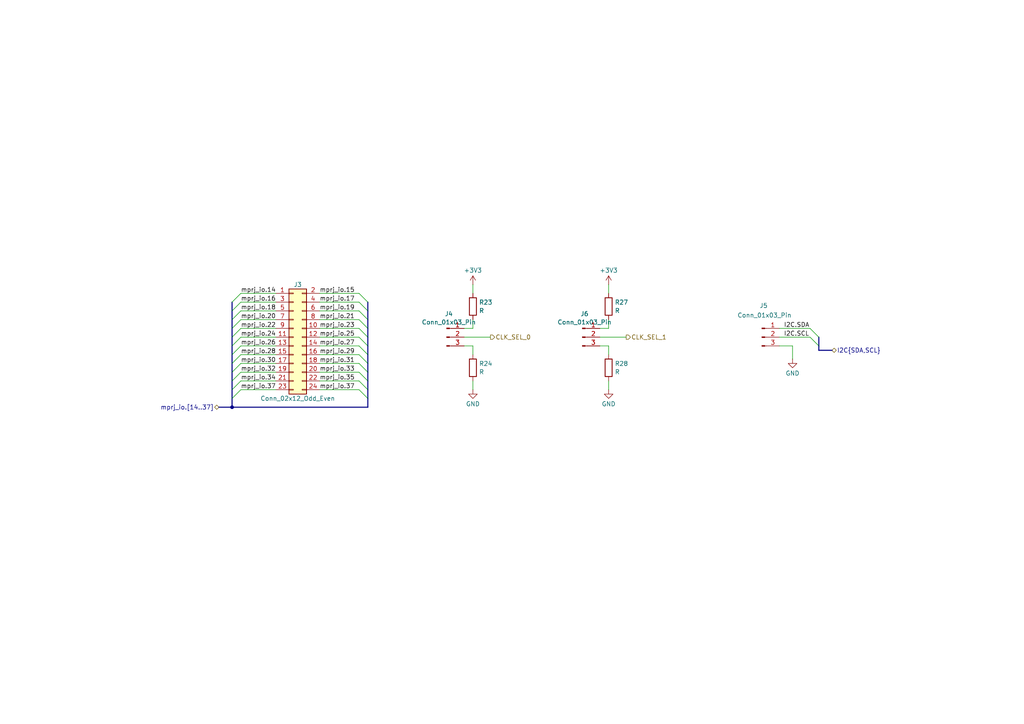
<source format=kicad_sch>
(kicad_sch (version 20231120) (generator "eeschema") (generator_version "8.0")
  (paper "A4")
  (title_block (date "2024-05-30") (rev "0.1"))
  (lib_symbols
    (symbol "Connector:Conn_01x03_Pin" (pin_names (offset 1.016) hide)
      (property "Reference" "J" (at 0 5.08 0))
      (property "Value" "Conn_01x03_Pin" (at 0 -5.08 0))
      (symbol "Conn_01x03_Pin_1_1"
        (polyline (pts (xy 1.27 -2.54) (xy 0.8636 -2.54)) (stroke (width 0.1524)))
        (polyline (pts (xy 1.27 0) (xy 0.8636 0)) (stroke (width 0.1524)))
        (polyline (pts (xy 1.27 2.54) (xy 0.8636 2.54)) (stroke (width 0.1524)))
        (rectangle (start 0.8636 -2.413) (end 0 -2.667) (stroke (width 0.1524)) (fill (type outline)))
        (rectangle (start 0.8636 0.127) (end 0 -0.127) (stroke (width 0.1524)) (fill (type outline)))
        (rectangle (start 0.8636 2.667) (end 0 2.413) (stroke (width 0.1524)) (fill (type outline)))
        (pin passive line (at 5.08 2.54 180) (length 3.81) (name "Pin_1") (number "1"))
        (pin passive line (at 5.08 0 180) (length 3.81) (name "Pin_2") (number "2"))
        (pin passive line (at 5.08 -2.54 180) (length 3.81) (name "Pin_3") (number "3"))
      )
    )
    (symbol "Connector_Generic:Conn_02x12_Odd_Even" (pin_names (offset 1.016) hide)
      (property "Reference" "J" (at 1.27 15.24 0))
      (property "Value" "Conn_02x12_Odd_Even" (at 1.27 -17.78 0))
      (symbol "Conn_02x12_Odd_Even_1_1"
        (rectangle (start -1.27 -15.113) (end 0 -15.367) (stroke (width 0.1524)))
        (rectangle (start -1.27 -12.573) (end 0 -12.827) (stroke (width 0.1524)))
        (rectangle (start -1.27 -10.033) (end 0 -10.287) (stroke (width 0.1524)))
        (rectangle (start -1.27 -7.493) (end 0 -7.747) (stroke (width 0.1524)))
        (rectangle (start -1.27 -4.953) (end 0 -5.207) (stroke (width 0.1524)))
        (rectangle (start -1.27 -2.413) (end 0 -2.667) (stroke (width 0.1524)))
        (rectangle (start -1.27 0.127) (end 0 -0.127) (stroke (width 0.1524)))
        (rectangle (start -1.27 2.667) (end 0 2.413) (stroke (width 0.1524)))
        (rectangle (start -1.27 5.207) (end 0 4.953) (stroke (width 0.1524)))
        (rectangle (start -1.27 7.747) (end 0 7.493) (stroke (width 0.1524)))
        (rectangle (start -1.27 10.287) (end 0 10.033) (stroke (width 0.1524)))
        (rectangle (start -1.27 12.827) (end 0 12.573) (stroke (width 0.1524)))
        (rectangle (start -1.27 13.97) (end 3.81 -16.51) (stroke (width 0.254)) (fill (type background)))
        (rectangle (start 3.81 -15.113) (end 2.54 -15.367) (stroke (width 0.1524)))
        (rectangle (start 3.81 -12.573) (end 2.54 -12.827) (stroke (width 0.1524)))
        (rectangle (start 3.81 -10.033) (end 2.54 -10.287) (stroke (width 0.1524)))
        (rectangle (start 3.81 -7.493) (end 2.54 -7.747) (stroke (width 0.1524)))
        (rectangle (start 3.81 -4.953) (end 2.54 -5.207) (stroke (width 0.1524)))
        (rectangle (start 3.81 -2.413) (end 2.54 -2.667) (stroke (width 0.1524)))
        (rectangle (start 3.81 0.127) (end 2.54 -0.127) (stroke (width 0.1524)))
        (rectangle (start 3.81 2.667) (end 2.54 2.413) (stroke (width 0.1524)))
        (rectangle (start 3.81 5.207) (end 2.54 4.953) (stroke (width 0.1524)))
        (rectangle (start 3.81 7.747) (end 2.54 7.493) (stroke (width 0.1524)))
        (rectangle (start 3.81 10.287) (end 2.54 10.033) (stroke (width 0.1524)))
        (rectangle (start 3.81 12.827) (end 2.54 12.573) (stroke (width 0.1524)))
        (pin passive line (at -5.08 12.7 0) (length 3.81) (name "Pin_1") (number "1"))
        (pin passive line (at 7.62 2.54 180) (length 3.81) (name "Pin_10") (number "10"))
        (pin passive line (at -5.08 0 0) (length 3.81) (name "Pin_11") (number "11"))
        (pin passive line (at 7.62 0 180) (length 3.81) (name "Pin_12") (number "12"))
        (pin passive line (at -5.08 -2.54 0) (length 3.81) (name "Pin_13") (number "13"))
        (pin passive line (at 7.62 -2.54 180) (length 3.81) (name "Pin_14") (number "14"))
        (pin passive line (at -5.08 -5.08 0) (length 3.81) (name "Pin_15") (number "15"))
        (pin passive line (at 7.62 -5.08 180) (length 3.81) (name "Pin_16") (number "16"))
        (pin passive line (at -5.08 -7.62 0) (length 3.81) (name "Pin_17") (number "17"))
        (pin passive line (at 7.62 -7.62 180) (length 3.81) (name "Pin_18") (number "18"))
        (pin passive line (at -5.08 -10.16 0) (length 3.81) (name "Pin_19") (number "19"))
        (pin passive line (at 7.62 12.7 180) (length 3.81) (name "Pin_2") (number "2"))
        (pin passive line (at 7.62 -10.16 180) (length 3.81) (name "Pin_20") (number "20"))
        (pin passive line (at -5.08 -12.7 0) (length 3.81) (name "Pin_21") (number "21"))
        (pin passive line (at 7.62 -12.7 180) (length 3.81) (name "Pin_22") (number "22"))
        (pin passive line (at -5.08 -15.24 0) (length 3.81) (name "Pin_23") (number "23"))
        (pin passive line (at 7.62 -15.24 180) (length 3.81) (name "Pin_24") (number "24"))
        (pin passive line (at -5.08 10.16 0) (length 3.81) (name "Pin_3") (number "3"))
        (pin passive line (at 7.62 10.16 180) (length 3.81) (name "Pin_4") (number "4"))
        (pin passive line (at -5.08 7.62 0) (length 3.81) (name "Pin_5") (number "5"))
        (pin passive line (at 7.62 7.62 180) (length 3.81) (name "Pin_6") (number "6"))
        (pin passive line (at -5.08 5.08 0) (length 3.81) (name "Pin_7") (number "7"))
        (pin passive line (at 7.62 5.08 180) (length 3.81) (name "Pin_8") (number "8"))
        (pin passive line (at -5.08 2.54 0) (length 3.81) (name "Pin_9") (number "9"))
      )
    )
    (symbol "Device:R" (pin_numbers hide) (pin_names (offset 0))
      (property "Reference" "R" (at 2.032 0 90))
      (property "Value" "R" (at 0 0 90))
      (symbol "R_0_1"
        (rectangle (start -1.016 -2.54) (end 1.016 2.54) (stroke (width 0.254)))
      )
      (symbol "R_1_1"
        (pin passive line (at 0 3.81 270) (length 1.27) (name "~") (number "1"))
        (pin passive line (at 0 -3.81 90) (length 1.27) (name "~") (number "2"))
      )
    )
    (symbol "power:+3V3" (power) (pin_numbers hide) (pin_names (offset 0) hide)
      (property "Value" "+3V3" (at 0 3.556 0))
      (symbol "+3V3_0_1"
        (polyline (pts (xy -0.762 1.27) (xy 0 2.54)))
        (polyline (pts (xy 0 0) (xy 0 2.54)))
        (polyline (pts (xy 0 2.54) (xy 0.762 1.27)))
      )
      (symbol "+3V3_1_1"
        (pin power_in line (at 0 0 90) (length 0) (name "~") (number "1"))
      )
    )
    (symbol "power:GND" (power) (pin_numbers hide) (pin_names (offset 0) hide)
      (property "Value" "GND" (at 0 -3.81 0))
      (symbol "GND_0_1"
        (polyline (pts (xy 0 0) (xy 0 -1.27) (xy 1.27 -1.27) (xy 0 -2.54) (xy -1.27 -1.27) (xy 0 -1.27)))
      )
      (symbol "GND_1_1"
        (pin power_in line (at 0 0 270) (length 0) (name "~") (number "1"))
      )
    )
  )
  (junction (at 67.31 118.11))
  (bus_entry (at 104.14 95.25) (size 2.54 2.54))
  (bus_entry (at 104.14 100.33) (size 2.54 2.54))
  (bus_entry (at 69.85 92.71) (size -2.54 2.54))
  (bus_entry (at 69.85 87.63) (size -2.54 2.54))
  (bus_entry (at 69.85 102.87) (size -2.54 2.54))
  (bus_entry (at 69.85 97.79) (size -2.54 2.54))
  (bus_entry (at 69.85 105.41) (size -2.54 2.54))
  (bus_entry (at 104.14 110.49) (size 2.54 2.54))
  (bus_entry (at 104.14 102.87) (size 2.54 2.54))
  (bus_entry (at 69.85 110.49) (size -2.54 2.54))
  (bus_entry (at 69.85 113.03) (size -2.54 2.54))
  (bus_entry (at 104.14 105.41) (size 2.54 2.54))
  (bus_entry (at 69.85 100.33) (size -2.54 2.54))
  (bus_entry (at 234.95 95.25) (size 2.54 2.54))
  (bus_entry (at 104.14 90.17) (size 2.54 2.54))
  (bus_entry (at 69.85 85.09) (size -2.54 2.54))
  (bus_entry (at 104.14 97.79) (size 2.54 2.54))
  (bus_entry (at 234.95 97.79) (size 2.54 2.54))
  (bus_entry (at 104.14 85.09) (size 2.54 2.54))
  (bus_entry (at 69.85 95.25) (size -2.54 2.54))
  (bus_entry (at 104.14 92.71) (size 2.54 2.54))
  (bus_entry (at 69.85 90.17) (size -2.54 2.54))
  (bus_entry (at 104.14 87.63) (size 2.54 2.54))
  (bus_entry (at 104.14 113.03) (size 2.54 2.54))
  (bus_entry (at 69.85 107.95) (size -2.54 2.54))
  (bus_entry (at 104.14 107.95) (size 2.54 2.54))
  (wire (pts (xy 226.06 97.79) (xy 234.95 97.79)))
  (wire (pts (xy 229.87 100.33) (xy 229.87 104.14)))
  (bus (pts (xy 67.31 97.79) (xy 67.31 100.33)))
  (wire (pts (xy 176.53 82.55) (xy 176.53 85.09)))
  (wire (pts (xy 69.85 90.17) (xy 80.01 90.17)))
  (wire (pts (xy 69.85 87.63) (xy 80.01 87.63)))
  (wire (pts (xy 92.71 102.87) (xy 104.14 102.87)))
  (wire (pts (xy 92.71 92.71) (xy 104.14 92.71)))
  (wire (pts (xy 92.71 100.33) (xy 104.14 100.33)))
  (wire (pts (xy 137.16 110.49) (xy 137.16 113.03)))
  (bus (pts (xy 67.31 92.71) (xy 67.31 95.25)))
  (wire (pts (xy 137.16 100.33) (xy 137.16 102.87)))
  (wire (pts (xy 176.53 95.25) (xy 176.53 92.71)))
  (wire (pts (xy 173.99 97.79) (xy 181.61 97.79)))
  (wire (pts (xy 69.85 92.71) (xy 80.01 92.71)))
  (bus (pts (xy 106.68 100.33) (xy 106.68 102.87)))
  (bus (pts (xy 67.31 90.17) (xy 67.31 92.71)))
  (wire (pts (xy 134.62 100.33) (xy 137.16 100.33)))
  (bus (pts (xy 67.31 113.03) (xy 67.31 115.57)))
  (wire (pts (xy 69.85 97.79) (xy 80.01 97.79)))
  (bus (pts (xy 67.31 110.49) (xy 67.31 113.03)))
  (bus (pts (xy 237.49 101.6) (xy 241.3 101.6)))
  (bus (pts (xy 106.68 105.41) (xy 106.68 107.95)))
  (bus (pts (xy 106.68 113.03) (xy 106.68 115.57)))
  (wire (pts (xy 69.85 95.25) (xy 80.01 95.25)))
  (wire (pts (xy 69.85 102.87) (xy 80.01 102.87)))
  (wire (pts (xy 69.85 110.49) (xy 80.01 110.49)))
  (wire (pts (xy 69.85 113.03) (xy 80.01 113.03)))
  (bus (pts (xy 67.31 107.95) (xy 67.31 110.49)))
  (wire (pts (xy 176.53 110.49) (xy 176.53 113.03)))
  (wire (pts (xy 92.71 97.79) (xy 104.14 97.79)))
  (bus (pts (xy 106.68 102.87) (xy 106.68 105.41)))
  (wire (pts (xy 92.71 85.09) (xy 104.14 85.09)))
  (bus (pts (xy 106.68 110.49) (xy 106.68 113.03)))
  (wire (pts (xy 134.62 97.79) (xy 142.24 97.79)))
  (bus (pts (xy 237.49 97.79) (xy 237.49 100.33)))
  (wire (pts (xy 69.85 107.95) (xy 80.01 107.95)))
  (wire (pts (xy 226.06 95.25) (xy 234.95 95.25)))
  (bus (pts (xy 67.31 118.11) (xy 106.68 118.11)))
  (bus (pts (xy 106.68 87.63) (xy 106.68 90.17)))
  (bus (pts (xy 63.5 118.11) (xy 67.31 118.11)))
  (bus (pts (xy 67.31 100.33) (xy 67.31 102.87)))
  (bus (pts (xy 106.68 92.71) (xy 106.68 95.25)))
  (wire (pts (xy 176.53 100.33) (xy 176.53 102.87)))
  (wire (pts (xy 92.71 113.03) (xy 104.14 113.03)))
  (wire (pts (xy 92.71 105.41) (xy 104.14 105.41)))
  (wire (pts (xy 137.16 82.55) (xy 137.16 85.09)))
  (bus (pts (xy 106.68 90.17) (xy 106.68 92.71)))
  (wire (pts (xy 134.62 95.25) (xy 137.16 95.25)))
  (bus (pts (xy 67.31 87.63) (xy 67.31 90.17)))
  (bus (pts (xy 67.31 95.25) (xy 67.31 97.79)))
  (bus (pts (xy 106.68 95.25) (xy 106.68 97.79)))
  (wire (pts (xy 173.99 95.25) (xy 176.53 95.25)))
  (wire (pts (xy 92.71 95.25) (xy 104.14 95.25)))
  (bus (pts (xy 67.31 115.57) (xy 67.31 118.11)))
  (wire (pts (xy 92.71 107.95) (xy 104.14 107.95)))
  (wire (pts (xy 92.71 110.49) (xy 104.14 110.49)))
  (wire (pts (xy 173.99 100.33) (xy 176.53 100.33)))
  (wire (pts (xy 69.85 105.41) (xy 80.01 105.41)))
  (wire (pts (xy 92.71 87.63) (xy 104.14 87.63)))
  (wire (pts (xy 69.85 100.33) (xy 80.01 100.33)))
  (wire (pts (xy 226.06 100.33) (xy 229.87 100.33)))
  (bus (pts (xy 67.31 102.87) (xy 67.31 105.41)))
  (bus (pts (xy 67.31 105.41) (xy 67.31 107.95)))
  (bus (pts (xy 237.49 100.33) (xy 237.49 101.6)))
  (wire (pts (xy 69.85 85.09) (xy 80.01 85.09)))
  (bus (pts (xy 106.68 97.79) (xy 106.68 100.33)))
  (wire (pts (xy 92.71 90.17) (xy 104.14 90.17)))
  (bus (pts (xy 106.68 115.57) (xy 106.68 118.11)))
  (wire (pts (xy 137.16 95.25) (xy 137.16 92.71)))
  (bus (pts (xy 106.68 107.95) (xy 106.68 110.49)))
  (label "mprj_io.29" (at 92.71 102.87 0))
  (label "mprj_io.17" (at 92.71 87.63 0))
  (label "mprj_io.24" (at 69.85 97.79 0))
  (label "mprj_io.37" (at 92.71 113.03 0))
  (label "mprj_io.16" (at 69.85 87.63 0))
  (label "mprj_io.15" (at 92.71 85.09 0))
  (label "mprj_io.18" (at 69.85 90.17 0))
  (label "mprj_io.27" (at 92.71 100.33 0))
  (label "mprj_io.21" (at 92.71 92.71 0))
  (label "mprj_io.20" (at 69.85 92.71 0))
  (label "I2C.SCL" (at 227.33 97.79 0))
  (label "mprj_io.35" (at 92.71 110.49 0))
  (label "mprj_io.31" (at 92.71 105.41 0))
  (label "mprj_io.28" (at 69.85 102.87 0))
  (label "mprj_io.37" (at 80.01 113.03 180))
  (label "mprj_io.19" (at 92.71 90.17 0))
  (label "mprj_io.22" (at 69.85 95.25 0))
  (label "mprj_io.23" (at 92.71 95.25 0))
  (label "mprj_io.14" (at 69.85 85.09 0))
  (label "mprj_io.32" (at 69.85 107.95 0))
  (label "mprj_io.25" (at 92.71 97.79 0))
  (label "mprj_io.33" (at 92.71 107.95 0))
  (label "mprj_io.26" (at 69.85 100.33 0))
  (label "mprj_io.34" (at 69.85 110.49 0))
  (label "mprj_io.30" (at 69.85 105.41 0))
  (label "I2C.SDA" (at 227.33 95.25 0))
  (hierarchical_label "CLK_SEL_1" (shape output) (at 181.61 97.79 0))
  (hierarchical_label "I2C{SDA,SCL}" (shape bidirectional) (at 241.3 101.6 0))
  (hierarchical_label "mprj_io.[14..37]" (shape bidirectional) (at 63.5 118.11 180))
  (hierarchical_label "CLK_SEL_0" (shape output) (at 142.24 97.79 0))
  (symbol (lib_id "Connector:Conn_01x03_Pin") (at 220.98 97.79 0) (unit 1)
    (property "Reference" "J5" (at 221.488 88.646 0))
    (property "Value" "Conn_01x03_Pin" (at 221.742 91.44 0))
    (property "Footprint" "Connector_PinHeader_2.54mm:PinHeader_1x03_P2.54mm_Vertical" (effects (hide yes)))
    (property "Description" "Generic connector, single row, 01x03, script generated" (effects (hide yes)))
  )
  (symbol (lib_id "Connector_Generic:Conn_02x12_Odd_Even") (at 85.09 97.79 0) (unit 1)
    (property "Reference" "J3" (at 86.36 82.55 0))
    (property "Value" "Conn_02x12_Odd_Even" (at 86.36 115.57 0))
    (property "Footprint" "Connector_PinHeader_2.54mm:PinHeader_2x12_P2.54mm_Vertical" (effects (hide yes)))
    (property "Description" "Generic connector, double row, 02x12, odd/even pin numbering scheme (row 1 odd numbers, row 2 even numbers), script generated (kicad-library-utils/schlib/autogen/connector/)" (effects (hide yes)))
  )
  (symbol (lib_id "Device:R") (at 176.53 88.9 0) (unit 1)
    (property "Reference" "R27" (at 178.308 87.6878 0) (effects (justify left)))
    (property "Value" "R" (at 178.308 90.1121 0) (effects (justify left)))
    (property "Footprint" "Resistor_SMD:R_0805_2012Metric" (effects (hide yes)))
    (property "Description" "Resistor" (effects (hide yes)))
  )
  (symbol (lib_id "Connector:Conn_01x03_Pin") (at 129.54 97.79 0) (unit 1)
    (property "Reference" "J4" (at 130.175 91.0293 0))
    (property "Value" "Conn_01x03_Pin" (at 130.175 93.4536 0))
    (property "Footprint" "Connector_PinHeader_2.54mm:PinHeader_1x03_P2.54mm_Vertical" (effects (hide yes)))
    (property "Description" "Generic connector, single row, 01x03, script generated" (effects (hide yes)))
  )
  (symbol (lib_id "Device:R") (at 137.16 88.9 0) (unit 1)
    (property "Reference" "R23" (at 138.938 87.6878 0) (effects (justify left)))
    (property "Value" "R" (at 138.938 90.1121 0) (effects (justify left)))
    (property "Footprint" "Resistor_SMD:R_0805_2012Metric" (effects (hide yes)))
    (property "Description" "Resistor" (effects (hide yes)))
  )
  (symbol (lib_id "power:GND") (at 229.87 104.14 0) (unit 1)
    (property "Reference" "#PWR073" (effects (hide yes)))
    (property "Value" "GND" (at 229.87 108.2731 0))
    (property "Description" "Power symbol creates a global label with name \"GND\" , ground" (effects (hide yes)))
  )
  (symbol (lib_id "power:GND") (at 137.16 113.03 0) (unit 1)
    (property "Reference" "#PWR019" (effects (hide yes)))
    (property "Value" "GND" (at 137.16 117.1631 0))
    (property "Description" "Power symbol creates a global label with name \"GND\" , ground" (effects (hide yes)))
  )
  (symbol (lib_id "Device:R") (at 176.53 106.68 0) (unit 1)
    (property "Reference" "R28" (at 178.308 105.4678 0) (effects (justify left)))
    (property "Value" "R" (at 178.308 107.8921 0) (effects (justify left)))
    (property "Footprint" "Resistor_SMD:R_0805_2012Metric" (effects (hide yes)))
    (property "Description" "Resistor" (effects (hide yes)))
  )
  (symbol (lib_id "power:GND") (at 176.53 113.03 0) (unit 1)
    (property "Reference" "#PWR067" (effects (hide yes)))
    (property "Value" "GND" (at 176.53 117.1631 0))
    (property "Description" "Power symbol creates a global label with name \"GND\" , ground" (effects (hide yes)))
  )
  (symbol (lib_id "power:+3V3") (at 137.16 82.55 0) (unit 1)
    (property "Reference" "#PWR065" (effects (hide yes)))
    (property "Value" "+3V3" (at 137.16 78.4169 0))
    (property "Description" "Power symbol creates a global label with name \"+3V3\"" (effects (hide yes)))
  )
  (symbol (lib_id "Device:R") (at 137.16 106.68 0) (unit 1)
    (property "Reference" "R24" (at 138.938 105.4678 0) (effects (justify left)))
    (property "Value" "R" (at 138.938 107.8921 0) (effects (justify left)))
    (property "Footprint" "Resistor_SMD:R_0805_2012Metric" (effects (hide yes)))
    (property "Description" "Resistor" (effects (hide yes)))
  )
  (symbol (lib_id "Connector:Conn_01x03_Pin") (at 168.91 97.79 0) (unit 1)
    (property "Reference" "J6" (at 169.545 91.0293 0))
    (property "Value" "Conn_01x03_Pin" (at 169.545 93.4536 0))
    (property "Footprint" "Connector_PinHeader_2.54mm:PinHeader_1x03_P2.54mm_Vertical" (effects (hide yes)))
    (property "Description" "Generic connector, single row, 01x03, script generated" (effects (hide yes)))
  )
  (symbol (lib_id "power:+3V3") (at 176.53 82.55 0) (unit 1)
    (property "Reference" "#PWR066" (effects (hide yes)))
    (property "Value" "+3V3" (at 176.53 78.4169 0))
    (property "Description" "Power symbol creates a global label with name \"+3V3\"" (effects (hide yes)))
  )
)
</source>
